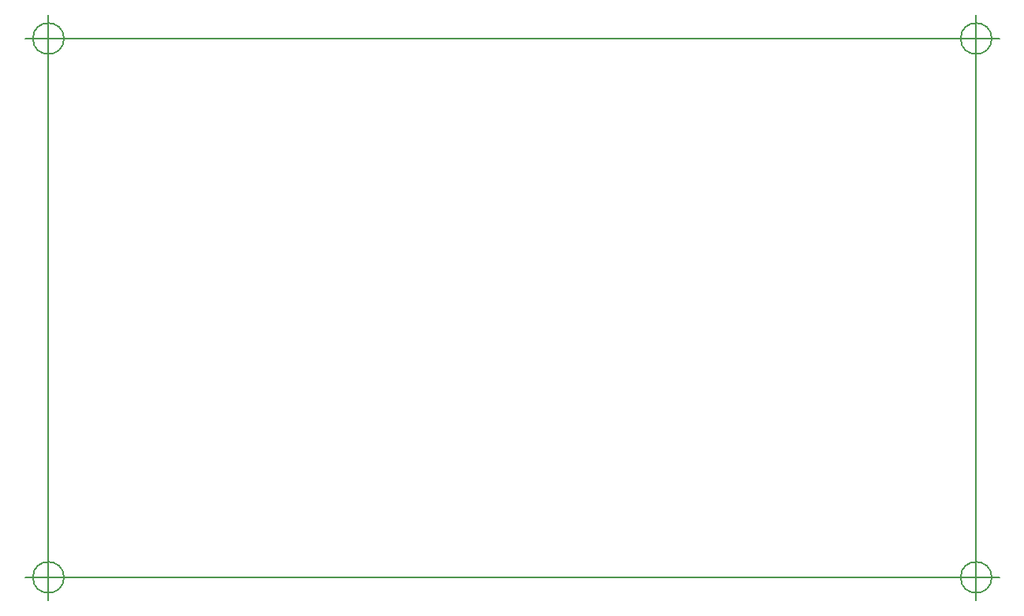
<source format=gm1>
G04 #@! TF.FileFunction,Profile,NP*
%FSLAX46Y46*%
G04 Gerber Fmt 4.6, Leading zero omitted, Abs format (unit mm)*
G04 Created by KiCad (PCBNEW 4.0.2+e4-6225~38~ubuntu15.10.1-stable) date Thu 13 Oct 2016 11:17:32 SAST*
%MOMM*%
G01*
G04 APERTURE LIST*
%ADD10C,0.100000*%
%ADD11C,0.150000*%
G04 APERTURE END LIST*
D10*
D11*
X47750000Y-74150000D02*
X47750000Y-74200000D01*
X147300000Y-74150000D02*
X47750000Y-74150000D01*
X147300000Y-132050000D02*
X147300000Y-74150000D01*
X47750000Y-132050000D02*
X147300000Y-132050000D01*
X47750000Y-74200000D02*
X47750000Y-132050000D01*
X49418666Y-74168000D02*
G75*
G03X49418666Y-74168000I-1666666J0D01*
G01*
X45252000Y-74168000D02*
X50252000Y-74168000D01*
X47752000Y-71668000D02*
X47752000Y-76668000D01*
X148986666Y-74168000D02*
G75*
G03X148986666Y-74168000I-1666666J0D01*
G01*
X144820000Y-74168000D02*
X149820000Y-74168000D01*
X147320000Y-71668000D02*
X147320000Y-76668000D01*
X148986666Y-132080000D02*
G75*
G03X148986666Y-132080000I-1666666J0D01*
G01*
X144820000Y-132080000D02*
X149820000Y-132080000D01*
X147320000Y-129580000D02*
X147320000Y-134580000D01*
X49418666Y-132080000D02*
G75*
G03X49418666Y-132080000I-1666666J0D01*
G01*
X45252000Y-132080000D02*
X50252000Y-132080000D01*
X47752000Y-129580000D02*
X47752000Y-134580000D01*
M02*

</source>
